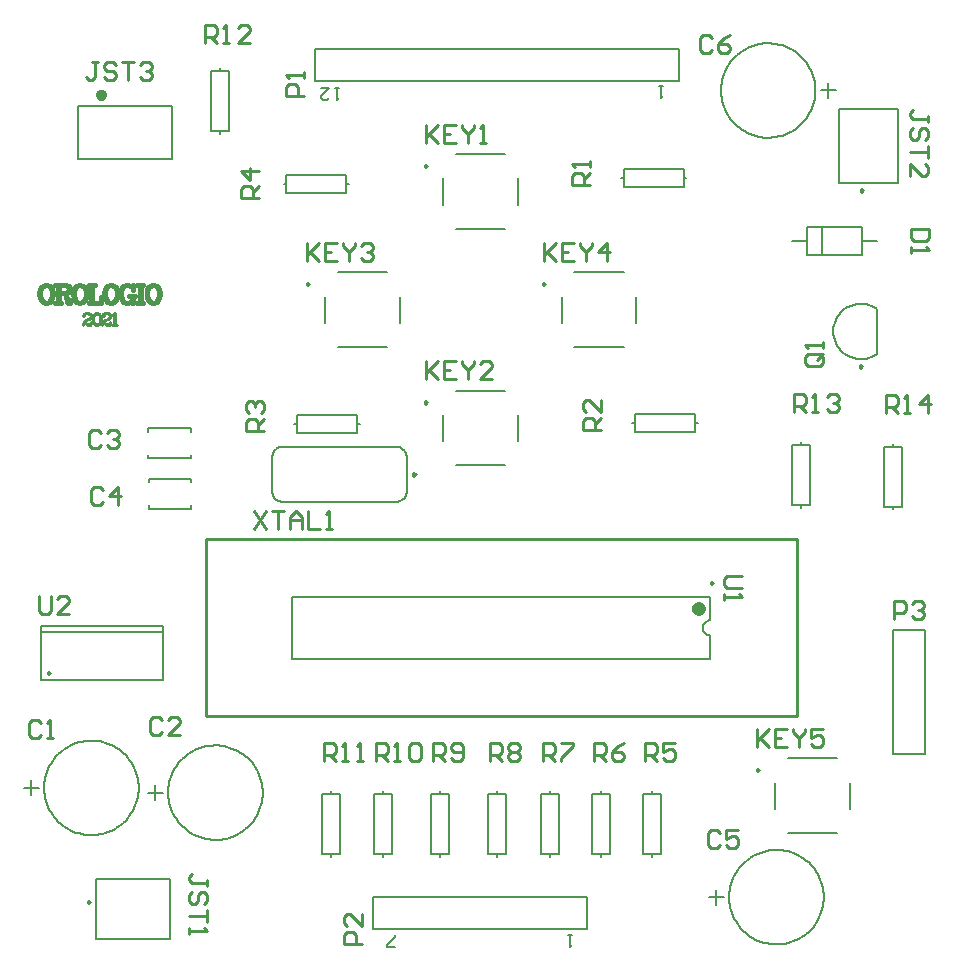
<source format=gto>
G04*
G04 #@! TF.GenerationSoftware,Altium Limited,Altium Designer,21.4.1 (30)*
G04*
G04 Layer_Color=65535*
%FSLAX25Y25*%
%MOIN*%
G70*
G04*
G04 #@! TF.SameCoordinates,C371DEEE-1534-44D1-B208-D1612C8B0698*
G04*
G04*
G04 #@! TF.FilePolarity,Positive*
G04*
G01*
G75*
%ADD10C,0.00787*%
%ADD11C,0.00984*%
%ADD12C,0.02362*%
%ADD13C,0.01968*%
%ADD14C,0.01000*%
%ADD15C,0.01575*%
%ADD16C,0.00600*%
D10*
X234055Y112933D02*
X233098Y112743D01*
X232287Y112201D01*
X231745Y111390D01*
X231555Y110433D01*
X231745Y109476D01*
X232287Y108665D01*
X233098Y108123D01*
X234055Y107933D01*
X84842Y55512D02*
X84811Y56511D01*
X84716Y57505D01*
X84558Y58492D01*
X84338Y59467D01*
X84056Y60426D01*
X83714Y61365D01*
X83314Y62280D01*
X82856Y63168D01*
X82343Y64026D01*
X81776Y64849D01*
X81158Y65635D01*
X80492Y66379D01*
X79780Y67080D01*
X79024Y67735D01*
X78229Y68340D01*
X77397Y68893D01*
X76532Y69393D01*
X75637Y69837D01*
X74715Y70223D01*
X73770Y70550D01*
X72807Y70816D01*
X71829Y71021D01*
X70840Y71163D01*
X69844Y71242D01*
X68845Y71258D01*
X67847Y71210D01*
X66853Y71100D01*
X65869Y70926D01*
X64898Y70690D01*
X63944Y70394D01*
X63010Y70037D01*
X62101Y69622D01*
X61221Y69150D01*
X60371Y68623D01*
X59557Y68044D01*
X58782Y67413D01*
X58048Y66735D01*
X57358Y66012D01*
X56716Y65247D01*
X56123Y64442D01*
X55583Y63601D01*
X55097Y62728D01*
X54668Y61826D01*
X54296Y60898D01*
X53984Y59949D01*
X53733Y58981D01*
X53544Y58000D01*
X53418Y57009D01*
X53354Y56011D01*
Y55012D01*
X53418Y54015D01*
X53544Y53024D01*
X53733Y52042D01*
X53984Y51075D01*
X54296Y50126D01*
X54668Y49198D01*
X55097Y48296D01*
X55583Y47422D01*
X56123Y46582D01*
X56716Y45777D01*
X57358Y45011D01*
X58048Y44288D01*
X58782Y43610D01*
X59557Y42980D01*
X60371Y42401D01*
X61221Y41874D01*
X62101Y41402D01*
X63010Y40986D01*
X63944Y40630D01*
X64898Y40333D01*
X65869Y40098D01*
X66853Y39924D01*
X67847Y39813D01*
X68845Y39766D01*
X69844Y39782D01*
X70840Y39861D01*
X71829Y40003D01*
X72807Y40208D01*
X73770Y40474D01*
X74715Y40801D01*
X75637Y41187D01*
X76532Y41631D01*
X77397Y42130D01*
X78229Y42684D01*
X79024Y43289D01*
X79780Y43943D01*
X80492Y44644D01*
X81158Y45389D01*
X81776Y46175D01*
X82343Y46998D01*
X82856Y47855D01*
X83314Y48743D01*
X83714Y49659D01*
X84056Y50598D01*
X84338Y51557D01*
X84558Y52531D01*
X84716Y53518D01*
X84811Y54513D01*
X84842Y55512D01*
X43504Y57087D02*
X43472Y58085D01*
X43377Y59080D01*
X43219Y60067D01*
X42999Y61042D01*
X42718Y62001D01*
X42376Y62940D01*
X41975Y63855D01*
X41517Y64743D01*
X41004Y65601D01*
X40437Y66424D01*
X39820Y67209D01*
X39153Y67954D01*
X38441Y68655D01*
X37686Y69309D01*
X36891Y69915D01*
X36059Y70468D01*
X35193Y70968D01*
X34298Y71412D01*
X33376Y71798D01*
X32432Y72124D01*
X31469Y72391D01*
X30490Y72595D01*
X29501Y72738D01*
X28505Y72817D01*
X27506Y72833D01*
X26508Y72785D01*
X25515Y72674D01*
X24531Y72501D01*
X23560Y72265D01*
X22605Y71969D01*
X21672Y71612D01*
X20763Y71197D01*
X19882Y70725D01*
X19033Y70198D01*
X18219Y69618D01*
X17443Y68988D01*
X16709Y68310D01*
X16019Y67587D01*
X15377Y66821D01*
X14785Y66017D01*
X14244Y65176D01*
X13758Y64303D01*
X13329Y63401D01*
X12958Y62473D01*
X12646Y61523D01*
X12395Y60556D01*
X12206Y59575D01*
X12079Y58584D01*
X12016Y57586D01*
Y56587D01*
X12079Y55590D01*
X12206Y54598D01*
X12395Y53617D01*
X12646Y52650D01*
X12958Y51701D01*
X13329Y50773D01*
X13758Y49870D01*
X14244Y48997D01*
X14785Y48156D01*
X15377Y47352D01*
X16019Y46586D01*
X16709Y45863D01*
X17443Y45185D01*
X18219Y44555D01*
X19033Y43975D01*
X19882Y43448D01*
X20763Y42976D01*
X21672Y42561D01*
X22605Y42205D01*
X23560Y41908D01*
X24531Y41672D01*
X25515Y41499D01*
X26508Y41388D01*
X27506Y41341D01*
X28505Y41356D01*
X29501Y41436D01*
X30490Y41578D01*
X31469Y41783D01*
X32432Y42049D01*
X33376Y42376D01*
X34298Y42762D01*
X35193Y43205D01*
X36059Y43705D01*
X36891Y44259D01*
X37686Y44864D01*
X38441Y45518D01*
X39153Y46219D01*
X39820Y46964D01*
X40437Y47750D01*
X41004Y48573D01*
X41517Y49430D01*
X41975Y50318D01*
X42376Y51234D01*
X42718Y52173D01*
X42999Y53132D01*
X43219Y54106D01*
X43377Y55093D01*
X43472Y56088D01*
X43504Y57086D01*
X271850Y20669D02*
X271819Y21668D01*
X271724Y22663D01*
X271566Y23650D01*
X271346Y24624D01*
X271064Y25583D01*
X270722Y26522D01*
X270322Y27438D01*
X269864Y28326D01*
X269350Y29183D01*
X268784Y30007D01*
X268166Y30792D01*
X267500Y31537D01*
X266788Y32238D01*
X266032Y32892D01*
X265237Y33497D01*
X264405Y34051D01*
X263540Y34550D01*
X262644Y34994D01*
X261723Y35380D01*
X260778Y35707D01*
X259815Y35973D01*
X258837Y36178D01*
X257848Y36320D01*
X256852Y36399D01*
X255852Y36415D01*
X254854Y36368D01*
X253861Y36257D01*
X252877Y36083D01*
X251906Y35848D01*
X250952Y35551D01*
X250018Y35195D01*
X249109Y34780D01*
X248228Y34308D01*
X247379Y33781D01*
X246565Y33201D01*
X245790Y32571D01*
X245056Y31893D01*
X244366Y31170D01*
X243724Y30404D01*
X243131Y29599D01*
X242591Y28759D01*
X242105Y27885D01*
X241675Y26983D01*
X241304Y26055D01*
X240992Y25106D01*
X240741Y24139D01*
X240552Y23157D01*
X240426Y22166D01*
X240362Y21169D01*
Y20170D01*
X240426Y19172D01*
X240552Y18181D01*
X240741Y17200D01*
X240992Y16233D01*
X241304Y15283D01*
X241675Y14355D01*
X242105Y13453D01*
X242591Y12580D01*
X243131Y11739D01*
X243724Y10934D01*
X244366Y10169D01*
X245056Y9446D01*
X245790Y8768D01*
X246565Y8138D01*
X247379Y7558D01*
X248228Y7031D01*
X249109Y6559D01*
X250018Y6144D01*
X250952Y5787D01*
X251906Y5491D01*
X252877Y5255D01*
X253861Y5082D01*
X254854Y4971D01*
X255852Y4923D01*
X256852Y4939D01*
X257848Y5018D01*
X258837Y5161D01*
X259815Y5365D01*
X260778Y5632D01*
X261722Y5958D01*
X262644Y6344D01*
X263540Y6788D01*
X264405Y7288D01*
X265237Y7841D01*
X266032Y8446D01*
X266788Y9101D01*
X267500Y9802D01*
X268166Y10547D01*
X268784Y11332D01*
X269350Y12155D01*
X269864Y13013D01*
X270322Y13901D01*
X270722Y14816D01*
X271064Y15755D01*
X271346Y16714D01*
X271566Y17689D01*
X271724Y18676D01*
X271819Y19670D01*
X271850Y20669D01*
X289509Y216866D02*
X288651Y217391D01*
X287742Y217821D01*
X286791Y218149D01*
X285810Y218372D01*
X284811Y218487D01*
X283805Y218493D01*
X282805Y218390D01*
X281822Y218179D01*
X280867Y217863D01*
X279952Y217444D01*
X279089Y216929D01*
X278286Y216323D01*
X277554Y215634D01*
X276900Y214869D01*
X276334Y214038D01*
X275861Y213150D01*
X275488Y212217D01*
X275218Y211248D01*
X275055Y210256D01*
X275000Y209251D01*
X275055Y208247D01*
X275218Y207255D01*
X275488Y206286D01*
X275862Y205352D01*
X276335Y204465D01*
X276901Y203633D01*
X277555Y202869D01*
X278287Y202180D01*
X279090Y201574D01*
X279954Y201059D01*
X280869Y200641D01*
X281823Y200325D01*
X282806Y200114D01*
X283807Y200011D01*
X284813Y200017D01*
X285812Y200132D01*
X286792Y200356D01*
X287743Y200684D01*
X288652Y201113D01*
X289510Y201639D01*
X269094Y289567D02*
X269063Y290566D01*
X268968Y291561D01*
X268810Y292547D01*
X268590Y293522D01*
X268308Y294481D01*
X267966Y295420D01*
X267566Y296335D01*
X267108Y297224D01*
X266595Y298081D01*
X266028Y298904D01*
X265410Y299690D01*
X264744Y300434D01*
X264032Y301135D01*
X263276Y301790D01*
X262481Y302395D01*
X261649Y302948D01*
X260784Y303448D01*
X259888Y303892D01*
X258967Y304278D01*
X258022Y304605D01*
X257059Y304871D01*
X256081Y305076D01*
X255092Y305218D01*
X254096Y305297D01*
X253097Y305313D01*
X252098Y305265D01*
X251105Y305155D01*
X250121Y304981D01*
X249150Y304746D01*
X248196Y304449D01*
X247262Y304092D01*
X246353Y303677D01*
X245473Y303205D01*
X244623Y302678D01*
X243809Y302099D01*
X243034Y301468D01*
X242300Y300791D01*
X241610Y300067D01*
X240968Y299302D01*
X240375Y298497D01*
X239835Y297656D01*
X239349Y296783D01*
X238920Y295881D01*
X238548Y294953D01*
X238236Y294004D01*
X237985Y293036D01*
X237796Y292055D01*
X237670Y291064D01*
X237606Y290067D01*
Y289067D01*
X237670Y288070D01*
X237796Y287079D01*
X237985Y286098D01*
X238236Y285130D01*
X238548Y284181D01*
X238920Y283253D01*
X239349Y282351D01*
X239835Y281477D01*
X240375Y280637D01*
X240968Y279832D01*
X241610Y279067D01*
X242300Y278343D01*
X243034Y277665D01*
X243809Y277035D01*
X244623Y276456D01*
X245473Y275929D01*
X246353Y275457D01*
X247262Y275042D01*
X248196Y274685D01*
X249150Y274388D01*
X250121Y274153D01*
X251105Y273979D01*
X252098Y273868D01*
X253097Y273821D01*
X254096Y273837D01*
X255092Y273916D01*
X256081Y274058D01*
X257059Y274263D01*
X258022Y274529D01*
X258967Y274856D01*
X259888Y275242D01*
X260784Y275686D01*
X261649Y276185D01*
X262481Y276739D01*
X263276Y277344D01*
X264032Y277998D01*
X264744Y278699D01*
X265410Y279444D01*
X266028Y280230D01*
X266595Y281053D01*
X267108Y281910D01*
X267566Y282799D01*
X267966Y283714D01*
X268308Y284653D01*
X268590Y285612D01*
X268810Y286586D01*
X268968Y287573D01*
X269063Y288568D01*
X269094Y289567D01*
X88090Y155709D02*
X88249Y154705D01*
X88711Y153799D01*
X89429Y153081D01*
X90335Y152620D01*
X91339Y152461D01*
Y170768D02*
X90335Y170609D01*
X89429Y170147D01*
X88711Y169429D01*
X88249Y168523D01*
X88090Y167520D01*
X132776Y167520D02*
X132617Y168523D01*
X132155Y169429D01*
X131437Y170147D01*
X130531Y170609D01*
X129528Y170768D01*
X129528Y152461D02*
X130531Y152620D01*
X131437Y153081D01*
X132155Y153799D01*
X132617Y154705D01*
X132776Y155709D01*
X46654Y176968D02*
X60827D01*
Y167126D02*
Y168209D01*
Y175886D02*
Y176968D01*
X46654Y167126D02*
X60827D01*
X46654D02*
Y168209D01*
Y175886D02*
Y176968D01*
X94685Y120866D02*
X234055D01*
X94685Y100000D02*
X234055D01*
Y112933D02*
Y120866D01*
Y100000D02*
Y107933D01*
X94685Y100000D02*
Y120866D01*
X95399Y178346D02*
X96299D01*
X116299D02*
X117199D01*
X96299D02*
Y181346D01*
X116299D01*
Y175346D02*
Y181346D01*
X96299Y175346D02*
X116299D01*
X96299D02*
Y178346D01*
X112756Y258465D02*
X113656D01*
X91856D02*
X92756D01*
X112756Y255465D02*
Y258465D01*
X92756Y255465D02*
X112756D01*
X92756D02*
Y261465D01*
X112756D01*
Y258465D02*
Y261465D01*
X204257Y260433D02*
X205157D01*
X225157D02*
X226057D01*
X205157D02*
Y263433D01*
X225157D01*
Y257433D02*
Y263433D01*
X205157Y257433D02*
X225157D01*
X205157D02*
Y260433D01*
X207998Y178740D02*
X208898D01*
X228898D02*
X229798D01*
X208898D02*
Y181740D01*
X228898D01*
Y175740D02*
Y181740D01*
X208898Y175740D02*
X228898D01*
X208898D02*
Y178740D01*
X10827Y109055D02*
X51772D01*
X10827Y92913D02*
Y111024D01*
Y92913D02*
X51772D01*
Y111024D01*
X10827D02*
X51772D01*
X53937Y6890D02*
Y26575D01*
X29134D02*
X53937D01*
X29134Y6890D02*
Y26575D01*
Y6890D02*
X53937D01*
X46594Y55512D02*
X51594D01*
X49094Y53012D02*
Y58012D01*
X5256Y57087D02*
X10256D01*
X7756Y54587D02*
Y59587D01*
X276968Y283465D02*
X296654D01*
X276968Y258661D02*
Y283465D01*
Y258661D02*
X296654D01*
Y283465D01*
X266437Y243996D02*
X284744D01*
X266437Y234744D02*
Y243996D01*
Y234744D02*
X284744D01*
Y243996D01*
Y239370D02*
X289744D01*
X261437D02*
X266437D01*
X271437Y234744D02*
Y243996D01*
X233602Y20669D02*
X238602D01*
X236102Y18169D02*
Y23169D01*
X261173Y171378D02*
X264173D01*
X261173Y151378D02*
Y171378D01*
Y151378D02*
X267173D01*
Y171378D01*
X264173D02*
X267173D01*
X264173Y150478D02*
Y151378D01*
Y171378D02*
Y172278D01*
X289508Y201639D02*
Y216865D01*
X292079Y170827D02*
X295079D01*
X292079Y150827D02*
Y170827D01*
Y150827D02*
X298079D01*
Y170827D01*
X295079D02*
X298079D01*
X295079Y149927D02*
Y150827D01*
Y170827D02*
Y171727D01*
X270846Y289567D02*
X275846D01*
X273346Y287067D02*
Y292067D01*
X121732Y10059D02*
Y20650D01*
Y10059D02*
X192913D01*
Y20650D01*
X121732D02*
X192913D01*
X255728Y50177D02*
Y58878D01*
X259823Y42146D02*
X276398D01*
X280492Y50177D02*
Y58878D01*
X259823Y66909D02*
X276398D01*
X211496Y55079D02*
X214496D01*
X211496Y35079D02*
Y55079D01*
Y35079D02*
X217496D01*
Y55079D01*
X214496D02*
X217496D01*
X214496Y34179D02*
Y35079D01*
Y55079D02*
Y55979D01*
X194496Y55079D02*
X197496D01*
X194496Y35079D02*
Y55079D01*
Y35079D02*
X200496D01*
Y55079D01*
X197496D02*
X200496D01*
X197496Y34179D02*
Y35079D01*
Y55079D02*
Y55979D01*
X177496Y55079D02*
X180496D01*
X177496Y35079D02*
Y55079D01*
Y35079D02*
X183496D01*
Y55079D01*
X180496D02*
X183496D01*
X180496Y34179D02*
Y35079D01*
Y55079D02*
Y55979D01*
X159992Y55079D02*
X162992D01*
X159992Y35079D02*
Y55079D01*
Y35079D02*
X165992D01*
Y55079D01*
X162992D02*
X165992D01*
X162992Y34179D02*
Y35079D01*
Y55079D02*
Y55979D01*
X141094Y55079D02*
X144094D01*
X141094Y35079D02*
Y55079D01*
Y35079D02*
X147094D01*
Y55079D01*
X144094D02*
X147094D01*
X144094Y34179D02*
Y35079D01*
Y55079D02*
Y55979D01*
X122000Y55079D02*
X125000D01*
X122000Y35079D02*
Y55079D01*
Y35079D02*
X128000D01*
Y55079D01*
X125000D02*
X128000D01*
X125000Y34179D02*
Y35079D01*
Y55079D02*
Y55979D01*
X104480Y55079D02*
X107480D01*
X104480Y35079D02*
Y55079D01*
Y35079D02*
X110480D01*
Y55079D01*
X107480D02*
X110480D01*
X107480Y34179D02*
Y35079D01*
Y55079D02*
Y55979D01*
X102323Y292736D02*
Y303327D01*
Y292736D02*
X223504D01*
Y303327D01*
X102323D02*
X223504D01*
X67669Y296024D02*
X70669D01*
X67669Y276024D02*
Y296024D01*
Y276024D02*
X73669D01*
Y296024D01*
X70669D02*
X73669D01*
X70669Y275124D02*
Y276024D01*
Y296024D02*
Y296924D01*
X23425Y284449D02*
X54528D01*
Y266732D02*
Y284449D01*
X23425Y266732D02*
X54528D01*
X23425D02*
Y284449D01*
X132776Y155709D02*
Y167520D01*
X88091Y155709D02*
Y167520D01*
X91339Y152461D02*
X129528D01*
X91339Y170768D02*
X129528D01*
X46850Y158957D02*
Y160039D01*
Y150197D02*
Y151279D01*
Y150197D02*
X61024D01*
Y158957D02*
Y160039D01*
Y150197D02*
Y151279D01*
X46850Y160039D02*
X61024D01*
X184468Y212185D02*
Y220886D01*
X188563Y204154D02*
X205138D01*
X209232Y212185D02*
Y220886D01*
X188563Y228917D02*
X205138D01*
X105728Y212185D02*
Y220886D01*
X109823Y204154D02*
X126398D01*
X130492Y212185D02*
Y220886D01*
X109823Y228917D02*
X126398D01*
X145098Y172815D02*
Y181516D01*
X149193Y164783D02*
X165768D01*
X169862Y172815D02*
Y181516D01*
X149193Y189547D02*
X165768D01*
X145098Y251555D02*
Y260256D01*
X149193Y243524D02*
X165768D01*
X169862Y251555D02*
Y260256D01*
X149193Y268287D02*
X165768D01*
X295098Y109567D02*
X305689D01*
X295098Y68386D02*
Y109567D01*
Y68386D02*
X305689D01*
Y109567D01*
D11*
X234980Y125433D02*
X234242Y125859D01*
Y125007D01*
X234980Y125433D01*
X13878Y95472D02*
X13140Y95898D01*
Y95046D01*
X13878Y95472D01*
X27264Y19094D02*
X26526Y19521D01*
Y18668D01*
X27264Y19094D01*
X284941Y256299D02*
X284203Y256725D01*
Y255873D01*
X284941Y256299D01*
X284744Y197638D02*
X284006Y198064D01*
Y197212D01*
X284744Y197638D01*
X250217Y62992D02*
X249478Y63418D01*
Y62566D01*
X250217Y62992D01*
X135827Y161614D02*
X135089Y162040D01*
Y161188D01*
X135827Y161614D01*
X178957Y225000D02*
X178218Y225426D01*
Y224574D01*
X178957Y225000D01*
X100216D02*
X99478Y225426D01*
Y224574D01*
X100216Y225000D01*
X139587Y185630D02*
X138848Y186056D01*
Y185204D01*
X139587Y185630D01*
Y264370D02*
X138848Y264796D01*
Y263944D01*
X139587Y264370D01*
D12*
X231299Y116929D02*
X230855Y117852D01*
X229855Y118081D01*
X229054Y117442D01*
Y116417D01*
X229855Y115778D01*
X230855Y116006D01*
X231299Y116929D01*
D13*
X32087Y287992D02*
X31594Y288844D01*
X30610D01*
X30118Y287992D01*
X30610Y287140D01*
X31594D01*
X32087Y287992D01*
D14*
X65945Y80905D02*
X262795D01*
X65945Y139961D02*
X262795D01*
Y80905D02*
Y139961D01*
X65945Y80905D02*
Y139961D01*
X25203Y214619D02*
X25391Y214432D01*
X25203Y214245D01*
X25016Y214432D01*
Y214619D01*
X25203Y214994D01*
X25391Y215182D01*
X25953Y215369D01*
X26703D01*
X27265Y215182D01*
X27452Y214994D01*
X27640Y214619D01*
Y214245D01*
X27452Y213870D01*
X26890Y213495D01*
X25953Y213120D01*
X25578Y212933D01*
X25203Y212558D01*
X25016Y211995D01*
Y211433D01*
X26703Y215369D02*
X27078Y215182D01*
X27265Y214994D01*
X27452Y214619D01*
Y214245D01*
X27265Y213870D01*
X26703Y213495D01*
X25953Y213120D01*
X25016Y211808D02*
X25203Y211995D01*
X25578D01*
X26515Y211620D01*
X27078D01*
X27452Y211808D01*
X27640Y211995D01*
Y212370D01*
X25578Y211995D02*
X26515Y211433D01*
X27265D01*
X27452Y211620D01*
X27640Y211995D01*
X29346Y215369D02*
X28783Y215182D01*
X28408Y214619D01*
X28221Y213682D01*
Y213120D01*
X28408Y212183D01*
X28783Y211620D01*
X29346Y211433D01*
X29720D01*
X30283Y211620D01*
X30658Y212183D01*
X30845Y213120D01*
Y213682D01*
X30658Y214619D01*
X30283Y215182D01*
X29720Y215369D01*
X29346D01*
X28971Y215182D01*
X28783Y214994D01*
X28596Y214619D01*
X28408Y213682D01*
Y213120D01*
X28596Y212183D01*
X28783Y211808D01*
X28971Y211620D01*
X29346Y211433D01*
X29720D02*
X30095Y211620D01*
X30283Y211808D01*
X30470Y212183D01*
X30658Y213120D01*
Y213682D01*
X30470Y214619D01*
X30283Y214994D01*
X30095Y215182D01*
X29720Y215369D01*
X31613Y214619D02*
X31801Y214432D01*
X31613Y214245D01*
X31426Y214432D01*
Y214619D01*
X31613Y214994D01*
X31801Y215182D01*
X32363Y215369D01*
X33113D01*
X33675Y215182D01*
X33863Y214994D01*
X34050Y214619D01*
Y214245D01*
X33863Y213870D01*
X33300Y213495D01*
X32363Y213120D01*
X31988Y212933D01*
X31613Y212558D01*
X31426Y211995D01*
Y211433D01*
X33113Y215369D02*
X33488Y215182D01*
X33675Y214994D01*
X33863Y214619D01*
Y214245D01*
X33675Y213870D01*
X33113Y213495D01*
X32363Y213120D01*
X31426Y211808D02*
X31613Y211995D01*
X31988D01*
X32926Y211620D01*
X33488D01*
X33863Y211808D01*
X34050Y211995D01*
Y212370D01*
X31988Y211995D02*
X32926Y211433D01*
X33675D01*
X33863Y211620D01*
X34050Y211995D01*
X34631Y214619D02*
X35006Y214807D01*
X35568Y215369D01*
Y211433D01*
X35381Y215182D02*
Y211433D01*
X34631D02*
X36318D01*
X81886Y149456D02*
X85885Y143458D01*
Y149456D02*
X81886Y143458D01*
X87884Y149456D02*
X91883D01*
X89884D01*
Y143458D01*
X93882D02*
Y147456D01*
X95882Y149456D01*
X97881Y147456D01*
Y143458D01*
Y146457D01*
X93882D01*
X99880Y149456D02*
Y143458D01*
X103879D01*
X105878D02*
X107878D01*
X106878D01*
Y149456D01*
X105878Y148456D01*
X10356Y120912D02*
Y115914D01*
X11356Y114914D01*
X13355D01*
X14355Y115914D01*
Y120912D01*
X20353Y114914D02*
X16354D01*
X20353Y118913D01*
Y119913D01*
X19353Y120912D01*
X17354D01*
X16354Y119913D01*
X244518Y127783D02*
X239520D01*
X238520Y126783D01*
Y124784D01*
X239520Y123784D01*
X244518D01*
X238520Y121785D02*
Y119786D01*
Y120785D01*
X244518D01*
X243518Y121785D01*
X292729Y181977D02*
Y187975D01*
X295728D01*
X296727Y186975D01*
Y184976D01*
X295728Y183976D01*
X292729D01*
X294728D02*
X296727Y181977D01*
X298727D02*
X300726D01*
X299727D01*
Y187975D01*
X298727Y186975D01*
X306724Y181977D02*
Y187975D01*
X303725Y184976D01*
X307724D01*
X261823Y182528D02*
Y188526D01*
X264822D01*
X265822Y187526D01*
Y185527D01*
X264822Y184527D01*
X261823D01*
X263823D02*
X265822Y182528D01*
X267821D02*
X269821D01*
X268821D01*
Y188526D01*
X267821Y187526D01*
X272820D02*
X273819Y188526D01*
X275819D01*
X276818Y187526D01*
Y186527D01*
X275819Y185527D01*
X274819D01*
X275819D01*
X276818Y184527D01*
Y183528D01*
X275819Y182528D01*
X273819D01*
X272820Y183528D01*
X65731Y305466D02*
Y311464D01*
X68730D01*
X69730Y310464D01*
Y308465D01*
X68730Y307465D01*
X65731D01*
X67730D02*
X69730Y305466D01*
X71729D02*
X73728D01*
X72729D01*
Y311464D01*
X71729Y310464D01*
X80726Y305466D02*
X76727D01*
X80726Y309464D01*
Y310464D01*
X79726Y311464D01*
X77727D01*
X76727Y310464D01*
X105130Y66229D02*
Y72227D01*
X108129D01*
X109129Y71227D01*
Y69228D01*
X108129Y68228D01*
X105130D01*
X107130D02*
X109129Y66229D01*
X111128D02*
X113128D01*
X112128D01*
Y72227D01*
X111128Y71227D01*
X116127Y66229D02*
X118126D01*
X117126D01*
Y72227D01*
X116127Y71227D01*
X122650Y66229D02*
Y72227D01*
X125649D01*
X126649Y71227D01*
Y69228D01*
X125649Y68228D01*
X122650D01*
X124649D02*
X126649Y66229D01*
X128648D02*
X130647D01*
X129648D01*
Y72227D01*
X128648Y71227D01*
X133646D02*
X134646Y72227D01*
X136645D01*
X137645Y71227D01*
Y67228D01*
X136645Y66229D01*
X134646D01*
X133646Y67228D01*
Y71227D01*
X141744Y66229D02*
Y72227D01*
X144744D01*
X145743Y71227D01*
Y69228D01*
X144744Y68228D01*
X141744D01*
X143744D02*
X145743Y66229D01*
X147743Y67228D02*
X148742Y66229D01*
X150742D01*
X151741Y67228D01*
Y71227D01*
X150742Y72227D01*
X148742D01*
X147743Y71227D01*
Y70227D01*
X148742Y69228D01*
X151741D01*
X160642Y66229D02*
Y72227D01*
X163641D01*
X164641Y71227D01*
Y69228D01*
X163641Y68228D01*
X160642D01*
X162642D02*
X164641Y66229D01*
X166640Y71227D02*
X167640Y72227D01*
X169639D01*
X170639Y71227D01*
Y70227D01*
X169639Y69228D01*
X170639Y68228D01*
Y67228D01*
X169639Y66229D01*
X167640D01*
X166640Y67228D01*
Y68228D01*
X167640Y69228D01*
X166640Y70227D01*
Y71227D01*
X167640Y69228D02*
X169639D01*
X178146Y66229D02*
Y72227D01*
X181145D01*
X182145Y71227D01*
Y69228D01*
X181145Y68228D01*
X178146D01*
X180145D02*
X182145Y66229D01*
X184144Y72227D02*
X188143D01*
Y71227D01*
X184144Y67228D01*
Y66229D01*
X195146D02*
Y72227D01*
X198145D01*
X199145Y71227D01*
Y69228D01*
X198145Y68228D01*
X195146D01*
X197145D02*
X199145Y66229D01*
X205143Y72227D02*
X203144Y71227D01*
X201144Y69228D01*
Y67228D01*
X202144Y66229D01*
X204143D01*
X205143Y67228D01*
Y68228D01*
X204143Y69228D01*
X201144D01*
X212146Y66229D02*
Y72227D01*
X215145D01*
X216145Y71227D01*
Y69228D01*
X215145Y68228D01*
X212146D01*
X214145D02*
X216145Y66229D01*
X222143Y72227D02*
X218144D01*
Y69228D01*
X220144Y70227D01*
X221143D01*
X222143Y69228D01*
Y67228D01*
X221143Y66229D01*
X219144D01*
X218144Y67228D01*
X83511Y253860D02*
X77513D01*
Y256859D01*
X78513Y257859D01*
X80512D01*
X81511Y256859D01*
Y253860D01*
Y255859D02*
X83511Y257859D01*
Y262857D02*
X77513D01*
X80512Y259858D01*
Y263857D01*
X85149Y175996D02*
X79151D01*
Y178996D01*
X80151Y179995D01*
X82150D01*
X83150Y178996D01*
Y175996D01*
Y177996D02*
X85149Y179995D01*
X80151Y181994D02*
X79151Y182994D01*
Y184994D01*
X80151Y185993D01*
X81151D01*
X82150Y184994D01*
Y183994D01*
Y184994D01*
X83150Y185993D01*
X84149D01*
X85149Y184994D01*
Y182994D01*
X84149Y181994D01*
X197748Y176390D02*
X191750D01*
Y179389D01*
X192749Y180389D01*
X194749D01*
X195748Y179389D01*
Y176390D01*
Y178390D02*
X197748Y180389D01*
Y186387D02*
Y182388D01*
X193749Y186387D01*
X192749D01*
X191750Y185387D01*
Y183388D01*
X192749Y182388D01*
X194008Y258083D02*
X188009D01*
Y261082D01*
X189009Y262082D01*
X191008D01*
X192008Y261082D01*
Y258083D01*
Y260082D02*
X194008Y262082D01*
Y264081D02*
Y266080D01*
Y265081D01*
X188009D01*
X189009Y264081D01*
X270502Y201701D02*
X266504D01*
X265504Y200701D01*
Y198702D01*
X266504Y197702D01*
X270502D01*
X271502Y198702D01*
Y200701D01*
X269503Y199701D02*
X271502Y201701D01*
Y200701D02*
X270502Y201701D01*
X271502Y203700D02*
Y205699D01*
Y204700D01*
X265504D01*
X266504Y203700D01*
X295244Y113426D02*
Y119424D01*
X298243D01*
X299242Y118425D01*
Y116425D01*
X298243Y115426D01*
X295244D01*
X301242Y118425D02*
X302241Y119424D01*
X304241D01*
X305241Y118425D01*
Y117425D01*
X304241Y116425D01*
X303241D01*
X304241D01*
X305241Y115426D01*
Y114426D01*
X304241Y113426D01*
X302241D01*
X301242Y114426D01*
X117873Y5104D02*
X111875D01*
Y8103D01*
X112874Y9103D01*
X114874D01*
X115874Y8103D01*
Y5104D01*
X117873Y15101D02*
Y11102D01*
X113874Y15101D01*
X112874D01*
X111875Y14101D01*
Y12102D01*
X112874Y11102D01*
X98463Y287782D02*
X92465D01*
Y290780D01*
X93465Y291780D01*
X95464D01*
X96464Y290780D01*
Y287782D01*
X98463Y293780D02*
Y295779D01*
Y294779D01*
X92465D01*
X93465Y293780D01*
X249760Y76676D02*
Y70678D01*
Y72677D01*
X253759Y76676D01*
X250760Y73677D01*
X253759Y70678D01*
X259757Y76676D02*
X255758D01*
Y70678D01*
X259757D01*
X255758Y73677D02*
X257758D01*
X261756Y76676D02*
Y75676D01*
X263756Y73677D01*
X265755Y75676D01*
Y76676D01*
X263756Y73677D02*
Y70678D01*
X271753Y76676D02*
X267754D01*
Y73677D01*
X269754Y74676D01*
X270754D01*
X271753Y73677D01*
Y71677D01*
X270754Y70678D01*
X268754D01*
X267754Y71677D01*
X178500Y238684D02*
Y232685D01*
Y234685D01*
X182499Y238684D01*
X179500Y235684D01*
X182499Y232685D01*
X188497Y238684D02*
X184499D01*
Y232685D01*
X188497D01*
X184499Y235684D02*
X186498D01*
X190497Y238684D02*
Y237684D01*
X192496Y235684D01*
X194495Y237684D01*
Y238684D01*
X192496Y235684D02*
Y232685D01*
X199494D02*
Y238684D01*
X196495Y235684D01*
X200493D01*
X99760Y238684D02*
Y232685D01*
Y234685D01*
X103759Y238684D01*
X100760Y235684D01*
X103759Y232685D01*
X109757Y238684D02*
X105758D01*
Y232685D01*
X109757D01*
X105758Y235684D02*
X107758D01*
X111756Y238684D02*
Y237684D01*
X113756Y235684D01*
X115755Y237684D01*
Y238684D01*
X113756Y235684D02*
Y232685D01*
X117754Y237684D02*
X118754Y238684D01*
X120753D01*
X121753Y237684D01*
Y236684D01*
X120753Y235684D01*
X119754D01*
X120753D01*
X121753Y234685D01*
Y233685D01*
X120753Y232685D01*
X118754D01*
X117754Y233685D01*
X139130Y199313D02*
Y193315D01*
Y195315D01*
X143129Y199313D01*
X140130Y196314D01*
X143129Y193315D01*
X149127Y199313D02*
X145128D01*
Y193315D01*
X149127D01*
X145128Y196314D02*
X147128D01*
X151126Y199313D02*
Y198314D01*
X153126Y196314D01*
X155125Y198314D01*
Y199313D01*
X153126Y196314D02*
Y193315D01*
X161123D02*
X157124D01*
X161123Y197314D01*
Y198314D01*
X160124Y199313D01*
X158124D01*
X157124Y198314D01*
X139130Y278054D02*
Y272056D01*
Y274055D01*
X143129Y278054D01*
X140130Y275055D01*
X143129Y272056D01*
X149127Y278054D02*
X145128D01*
Y272056D01*
X149127D01*
X145128Y275055D02*
X147128D01*
X151126Y278054D02*
Y277054D01*
X153126Y275055D01*
X155125Y277054D01*
Y278054D01*
X153126Y275055D02*
Y272056D01*
X157124D02*
X159124D01*
X158124D01*
Y278054D01*
X157124Y277054D01*
X306459Y279214D02*
Y281214D01*
Y280214D01*
X301461D01*
X300461Y281214D01*
Y282213D01*
X301461Y283213D01*
X305459Y273216D02*
X306459Y274216D01*
Y276215D01*
X305459Y277215D01*
X304460D01*
X303460Y276215D01*
Y274216D01*
X302460Y273216D01*
X301461D01*
X300461Y274216D01*
Y276215D01*
X301461Y277215D01*
X306459Y271217D02*
Y267218D01*
Y269217D01*
X300461D01*
Y261220D02*
Y265219D01*
X304460Y261220D01*
X305459D01*
X306459Y262220D01*
Y264219D01*
X305459Y265219D01*
X66385Y24305D02*
Y26305D01*
Y25305D01*
X61387D01*
X60387Y26305D01*
Y27304D01*
X61387Y28304D01*
X65385Y18307D02*
X66385Y19307D01*
Y21306D01*
X65385Y22306D01*
X64385D01*
X63386Y21306D01*
Y19307D01*
X62386Y18307D01*
X61387D01*
X60387Y19307D01*
Y21306D01*
X61387Y22306D01*
X66385Y16308D02*
Y12309D01*
Y14308D01*
X60387D01*
Y10310D02*
Y8310D01*
Y9310D01*
X66385D01*
X65385Y10310D01*
X29924Y298939D02*
X27925D01*
X28925D01*
Y293940D01*
X27925Y292941D01*
X26925D01*
X25926Y293940D01*
X35923Y297939D02*
X34923Y298939D01*
X32923D01*
X31924Y297939D01*
Y296939D01*
X32923Y295940D01*
X34923D01*
X35923Y294940D01*
Y293940D01*
X34923Y292941D01*
X32923D01*
X31924Y293940D01*
X37922Y298939D02*
X41921D01*
X39921D01*
Y292941D01*
X43920Y297939D02*
X44920Y298939D01*
X46919D01*
X47919Y297939D01*
Y296939D01*
X46919Y295940D01*
X45919D01*
X46919D01*
X47919Y294940D01*
Y293940D01*
X46919Y292941D01*
X44920D01*
X43920Y293940D01*
X306839Y243420D02*
X300841D01*
Y240421D01*
X301840Y239421D01*
X305839D01*
X306839Y240421D01*
Y243420D01*
X300841Y237422D02*
Y235423D01*
Y236422D01*
X306839D01*
X305839Y237422D01*
X234630Y307118D02*
X233631Y308117D01*
X231631D01*
X230631Y307118D01*
Y303119D01*
X231631Y302119D01*
X233631D01*
X234630Y303119D01*
X240628Y308117D02*
X238629Y307118D01*
X236630Y305118D01*
Y303119D01*
X237629Y302119D01*
X239629D01*
X240628Y303119D01*
Y304118D01*
X239629Y305118D01*
X236630D01*
X237189Y41960D02*
X236190Y42960D01*
X234190D01*
X233190Y41960D01*
Y37961D01*
X234190Y36962D01*
X236190D01*
X237189Y37961D01*
X243187Y42960D02*
X239189D01*
Y39961D01*
X241188Y40960D01*
X242188D01*
X243187Y39961D01*
Y37961D01*
X242188Y36962D01*
X240188D01*
X239189Y37961D01*
X31677Y156330D02*
X30678Y157330D01*
X28679D01*
X27679Y156330D01*
Y152331D01*
X28679Y151332D01*
X30678D01*
X31677Y152331D01*
X36676Y151332D02*
Y157330D01*
X33677Y154331D01*
X37676D01*
X31087Y175425D02*
X30087Y176424D01*
X28088D01*
X27088Y175425D01*
Y171426D01*
X28088Y170426D01*
X30087D01*
X31087Y171426D01*
X33086Y175425D02*
X34086Y176424D01*
X36085D01*
X37085Y175425D01*
Y174425D01*
X36085Y173425D01*
X35086D01*
X36085D01*
X37085Y172425D01*
Y171426D01*
X36085Y170426D01*
X34086D01*
X33086Y171426D01*
X51243Y79760D02*
X50244Y80760D01*
X48244D01*
X47245Y79760D01*
Y75761D01*
X48244Y74762D01*
X50244D01*
X51243Y75761D01*
X57241Y74762D02*
X53243D01*
X57241Y78760D01*
Y79760D01*
X56242Y80760D01*
X54242D01*
X53243Y79760D01*
X10827Y78574D02*
X9827Y79574D01*
X7828D01*
X6828Y78574D01*
Y74576D01*
X7828Y73576D01*
X9827D01*
X10827Y74576D01*
X12826Y73576D02*
X14826D01*
X13826D01*
Y79574D01*
X12826Y78574D01*
D15*
X12401Y224802D02*
X11558Y224521D01*
X10995Y223958D01*
X10714Y223396D01*
X10433Y222271D01*
Y221428D01*
X10714Y220303D01*
X10995Y219741D01*
X11558Y219179D01*
X12401Y218898D01*
X12964D01*
X13807Y219179D01*
X14369Y219741D01*
X14650Y220303D01*
X14931Y221428D01*
Y222271D01*
X14650Y223396D01*
X14369Y223958D01*
X13807Y224521D01*
X12964Y224802D01*
X12401D01*
X11839Y224521D01*
X11276Y223958D01*
X10995Y223396D01*
X10714Y222271D01*
Y221428D01*
X10995Y220303D01*
X11276Y219741D01*
X11839Y219179D01*
X12401Y218898D01*
X12964D02*
X13526Y219179D01*
X14088Y219741D01*
X14369Y220303D01*
X14650Y221428D01*
Y222271D01*
X14369Y223396D01*
X14088Y223958D01*
X13526Y224521D01*
X12964Y224802D01*
X16590D02*
Y218898D01*
X16872Y224802D02*
Y218898D01*
X15747Y224802D02*
X19121D01*
X19964Y224521D01*
X20245Y224240D01*
X20527Y223677D01*
Y223115D01*
X20245Y222553D01*
X19964Y222271D01*
X19121Y221990D01*
X16872D01*
X19121Y224802D02*
X19683Y224521D01*
X19964Y224240D01*
X20245Y223677D01*
Y223115D01*
X19964Y222553D01*
X19683Y222271D01*
X19121Y221990D01*
X15747Y218898D02*
X17715D01*
X18277Y221990D02*
X18840Y221709D01*
X19121Y221428D01*
X19964Y219460D01*
X20245Y219179D01*
X20527D01*
X20808Y219460D01*
X18840Y221709D02*
X19121Y221147D01*
X19683Y219179D01*
X19964Y218898D01*
X20527D01*
X20808Y219460D01*
Y219741D01*
X23535Y224802D02*
X22691Y224521D01*
X22129Y223958D01*
X21848Y223396D01*
X21567Y222271D01*
Y221428D01*
X21848Y220303D01*
X22129Y219741D01*
X22691Y219179D01*
X23535Y218898D01*
X24097D01*
X24941Y219179D01*
X25503Y219741D01*
X25784Y220303D01*
X26065Y221428D01*
Y222271D01*
X25784Y223396D01*
X25503Y223958D01*
X24941Y224521D01*
X24097Y224802D01*
X23535D01*
X22973Y224521D01*
X22410Y223958D01*
X22129Y223396D01*
X21848Y222271D01*
Y221428D01*
X22129Y220303D01*
X22410Y219741D01*
X22973Y219179D01*
X23535Y218898D01*
X24097D02*
X24659Y219179D01*
X25222Y219741D01*
X25503Y220303D01*
X25784Y221428D01*
Y222271D01*
X25503Y223396D01*
X25222Y223958D01*
X24659Y224521D01*
X24097Y224802D01*
X27724D02*
Y218898D01*
X28005Y224802D02*
Y218898D01*
X26881Y224802D02*
X28849D01*
X26881Y218898D02*
X31098D01*
Y220585D01*
X30817Y218898D01*
X33909Y224802D02*
X33066Y224521D01*
X32504Y223958D01*
X32223Y223396D01*
X31941Y222271D01*
Y221428D01*
X32223Y220303D01*
X32504Y219741D01*
X33066Y219179D01*
X33909Y218898D01*
X34472D01*
X35315Y219179D01*
X35878Y219741D01*
X36159Y220303D01*
X36440Y221428D01*
Y222271D01*
X36159Y223396D01*
X35878Y223958D01*
X35315Y224521D01*
X34472Y224802D01*
X33909D01*
X33347Y224521D01*
X32785Y223958D01*
X32504Y223396D01*
X32223Y222271D01*
Y221428D01*
X32504Y220303D01*
X32785Y219741D01*
X33347Y219179D01*
X33909Y218898D01*
X34472D02*
X35034Y219179D01*
X35596Y219741D01*
X35878Y220303D01*
X36159Y221428D01*
Y222271D01*
X35878Y223396D01*
X35596Y223958D01*
X35034Y224521D01*
X34472Y224802D01*
X41191Y223958D02*
X41473Y223115D01*
Y224802D01*
X41191Y223958D01*
X40629Y224521D01*
X39786Y224802D01*
X39223D01*
X38380Y224521D01*
X37817Y223958D01*
X37536Y223396D01*
X37255Y222553D01*
Y221147D01*
X37536Y220303D01*
X37817Y219741D01*
X38380Y219179D01*
X39223Y218898D01*
X39786D01*
X40629Y219179D01*
X41191Y219741D01*
X39223Y224802D02*
X38661Y224521D01*
X38099Y223958D01*
X37817Y223396D01*
X37536Y222553D01*
Y221147D01*
X37817Y220303D01*
X38099Y219741D01*
X38661Y219179D01*
X39223Y218898D01*
X41191Y221147D02*
Y218898D01*
X41473Y221147D02*
Y218898D01*
X40348Y221147D02*
X42316D01*
X43919Y224802D02*
Y218898D01*
X44200Y224802D02*
Y218898D01*
X43075Y224802D02*
X45043D01*
X43075Y218898D02*
X45043D01*
X48080Y224802D02*
X47236Y224521D01*
X46674Y223958D01*
X46393Y223396D01*
X46112Y222271D01*
Y221428D01*
X46393Y220303D01*
X46674Y219741D01*
X47236Y219179D01*
X48080Y218898D01*
X48642D01*
X49485Y219179D01*
X50048Y219741D01*
X50329Y220303D01*
X50610Y221428D01*
Y222271D01*
X50329Y223396D01*
X50048Y223958D01*
X49485Y224521D01*
X48642Y224802D01*
X48080D01*
X47517Y224521D01*
X46955Y223958D01*
X46674Y223396D01*
X46393Y222271D01*
Y221428D01*
X46674Y220303D01*
X46955Y219741D01*
X47517Y219179D01*
X48080Y218898D01*
X48642D02*
X49204Y219179D01*
X49767Y219741D01*
X50048Y220303D01*
X50329Y221428D01*
Y222271D01*
X50048Y223396D01*
X49767Y223958D01*
X49204Y224521D01*
X48642Y224802D01*
D16*
X187795Y8071D02*
X186462D01*
X187129D01*
Y4072D01*
X187795Y4739D01*
X128937Y4072D02*
X126271D01*
Y4739D01*
X128937Y7404D01*
Y8071D01*
X110236Y290354D02*
X108903D01*
X109570D01*
Y286356D01*
X110236Y287022D01*
X104238Y290354D02*
X106904D01*
X104238Y287688D01*
Y287022D01*
X104905Y286356D01*
X106237D01*
X106904Y287022D01*
X218307Y290945D02*
X216974D01*
X217641D01*
Y286946D01*
X218307Y287613D01*
M02*

</source>
